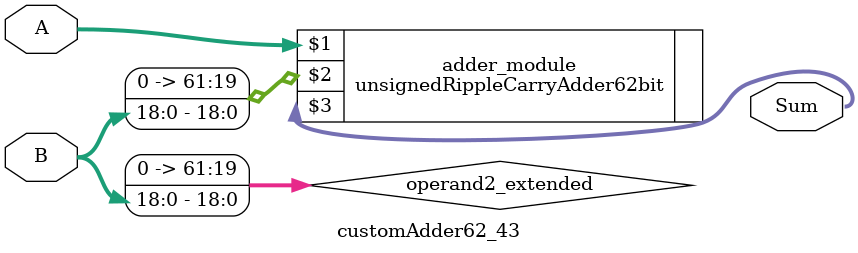
<source format=v>
module customAdder62_43(
                        input [61 : 0] A,
                        input [18 : 0] B,
                        
                        output [62 : 0] Sum
                );

        wire [61 : 0] operand2_extended;
        
        assign operand2_extended =  {43'b0, B};
        
        unsignedRippleCarryAdder62bit adder_module(
            A,
            operand2_extended,
            Sum
        );
        
        endmodule
        
</source>
